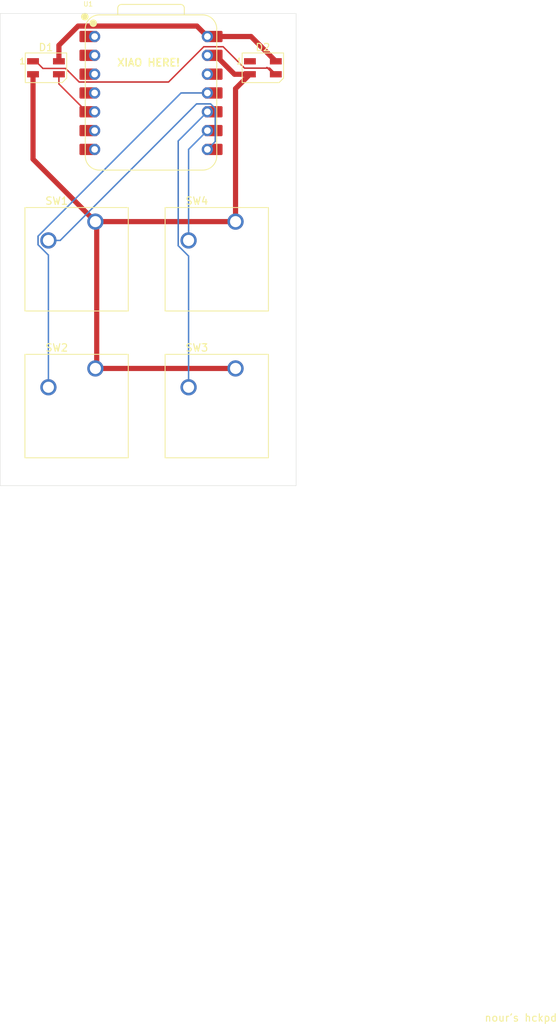
<source format=kicad_pcb>
(kicad_pcb (version 20241229) (generator "pcbnew") (generator_version "9.0")
  (layers (0 "F.Cu" signal) (2 "B.Cu" signal) (13 "F.Paste" user) (15 "B.Paste" user) (5 "F.SilkS" user "F.Silkscreen") (7 "B.SilkS" user "B.Silkscreen") (1 "F.Mask" user) (3 "B.Mask" user) (25 "Edge.Cuts" user))
  (net 0 "")
  (net 1 "Net-(D1-DIN)")
  (net 2 "Net-(D1-DOUT)")
  (net 3 "+5V")
  (net 4 "GND")
  (net 6 "Net-(U1-GPIO1{slash}RX)")
  (net 7 "Net-(U1-GPIO3{slash}MOSI)")
  (net 8 "Net-(U1-GPIO4{slash}MISO)")
  (net 9 "Net-(U1-GPIO2{slash}SCK)")
  (footprint "Button_Switch_Keyboard:SW_Cherry_MX_1.00u_PCB" (layer "F.Cu") (at 136.1 82.02)
    (property "Reference" "SW1" (at -5.235 -2.794 0) (layer "F.SilkS"))
    (property "Value" "SW_Push")
    (fp_line (start -9.525 -1.905) (end 4.445 -1.905) (stroke (width 0.12)) (layer "F.SilkS"))
    (fp_line (start -9.525 12.065) (end -9.525 -1.905) (stroke (width 0.12)) (layer "F.SilkS"))
    (fp_line (start 4.445 -1.905) (end 4.445 12.065) (stroke (width 0.12)) (layer "F.SilkS"))
    (fp_line (start 4.445 12.065) (end -9.525 12.065) (stroke (width 0.12)) (layer "F.SilkS"))
    (pad "" np_thru_hole circle (at -7.62 5.08) (size 1.7 1.7) (drill 1.7) (layers "*.Cu" "*.Mask"))
    (pad "" np_thru_hole circle (at -2.54 5.08) (size 4 4) (drill 4) (layers "*.Cu" "*.Mask"))
    (pad "" np_thru_hole circle (at 2.54 5.08) (size 1.7 1.7) (drill 1.7) (layers "*.Cu" "*.Mask"))
    (pad "1" thru_hole circle (at 0 0) (size 2.2 2.2) (drill 1.5) (layers "*.Cu" "*.Mask") (net 4 "GND"))
    (pad "2" thru_hole circle (at -6.35 2.54) (size 2.2 2.2) (drill 1.5) (layers "*.Cu" "*.Mask") (net 6 "Net-(U1-GPIO1{slash}RX)"))
  )
  (footprint "LED_SMD:LED_SK6812MINI_PLCC4_3.5x3.5mm_P1.75mm" (layer "F.Cu") (at 129.42 61.25)
    (property "Reference" "D1" (at 0 -2.75 0) (layer "F.SilkS"))
    (property "Value" "SK6812MINI")
    (fp_line (start -2.8 -2) (end -2.8 2) (stroke (width 0.12)) (layer "F.SilkS"))
    (fp_line (start -2.8 -2) (end 2.8 -2) (stroke (width 0.12)) (layer "F.SilkS"))
    (fp_line (start -2.8 2) (end 2.2 2) (stroke (width 0.12)) (layer "F.SilkS"))
    (fp_line (start 2.8 1.4) (end 2.2 2) (stroke (width 0.12)) (layer "F.SilkS"))
    (fp_line (start 2.8 1.4) (end 2.8 -2) (stroke (width 0.12)) (layer "F.SilkS"))
    (fp_text user "1" (at -3.2 -0.875 0) (layer "F.SilkS") (effects (font (size 0.8 0.8))))
    (pad "1" smd rect (at -1.75 -0.875) (size 1.6 0.85) (layers "F.Cu" "F.Mask" "F.Paste") (net 2 "Net-(D1-DOUT)"))
    (pad "2" smd rect (at -1.75 0.875) (size 1.6 0.85) (layers "F.Cu" "F.Mask" "F.Paste") (net 4 "GND"))
    (pad "3" smd rect (at 1.75 0.875) (size 1.6 0.85) (layers "F.Cu" "F.Mask" "F.Paste") (net 1 "Net-(D1-DIN)"))
    (pad "4" smd rect (at 1.75 -0.875) (size 1.6 0.85) (layers "F.Cu" "F.Mask" "F.Paste") (net 3 "+5V"))
  )
  (footprint "Button_Switch_Keyboard:SW_Cherry_MX_1.00u_PCB" (layer "F.Cu") (at 155.05 82.02)
    (property "Reference" "SW4" (at -5.235 -2.794 0) (layer "F.SilkS"))
    (property "Value" "SW_Push")
    (fp_line (start -9.525 -1.905) (end 4.445 -1.905) (stroke (width 0.12)) (layer "F.SilkS"))
    (fp_line (start -9.525 12.065) (end -9.525 -1.905) (stroke (width 0.12)) (layer "F.SilkS"))
    (fp_line (start 4.445 -1.905) (end 4.445 12.065) (stroke (width 0.12)) (layer "F.SilkS"))
    (fp_line (start 4.445 12.065) (end -9.525 12.065) (stroke (width 0.12)) (layer "F.SilkS"))
    (pad "" np_thru_hole circle (at -7.62 5.08) (size 1.7 1.7) (drill 1.7) (layers "*.Cu" "*.Mask"))
    (pad "" np_thru_hole circle (at -2.54 5.08) (size 4 4) (drill 4) (layers "*.Cu" "*.Mask"))
    (pad "" np_thru_hole circle (at 2.54 5.08) (size 1.7 1.7) (drill 1.7) (layers "*.Cu" "*.Mask"))
    (pad "1" thru_hole circle (at 0 0) (size 2.2 2.2) (drill 1.5) (layers "*.Cu" "*.Mask") (net 4 "GND"))
    (pad "2" thru_hole circle (at -6.35 2.54) (size 2.2 2.2) (drill 1.5) (layers "*.Cu" "*.Mask") (net 9 "Net-(U1-GPIO2{slash}SCK)"))
  )
  (footprint "Button_Switch_Keyboard:SW_Cherry_MX_1.00u_PCB" (layer "F.Cu") (at 136.1 101.84)
    (property "Reference" "SW2" (at -5.235 -2.794 0) (layer "F.SilkS"))
    (property "Value" "SW_Push")
    (fp_line (start -9.525 -1.905) (end 4.445 -1.905) (stroke (width 0.12)) (layer "F.SilkS"))
    (fp_line (start -9.525 12.065) (end -9.525 -1.905) (stroke (width 0.12)) (layer "F.SilkS"))
    (fp_line (start 4.445 -1.905) (end 4.445 12.065) (stroke (width 0.12)) (layer "F.SilkS"))
    (fp_line (start 4.445 12.065) (end -9.525 12.065) (stroke (width 0.12)) (layer "F.SilkS"))
    (pad "" np_thru_hole circle (at -7.62 5.08) (size 1.7 1.7) (drill 1.7) (layers "*.Cu" "*.Mask"))
    (pad "" np_thru_hole circle (at -2.54 5.08) (size 4 4) (drill 4) (layers "*.Cu" "*.Mask"))
    (pad "" np_thru_hole circle (at 2.54 5.08) (size 1.7 1.7) (drill 1.7) (layers "*.Cu" "*.Mask"))
    (pad "1" thru_hole circle (at 0 0) (size 2.2 2.2) (drill 1.5) (layers "*.Cu" "*.Mask") (net 4 "GND"))
    (pad "2" thru_hole circle (at -6.35 2.54) (size 2.2 2.2) (drill 1.5) (layers "*.Cu" "*.Mask") (net 7 "Net-(U1-GPIO3{slash}MOSI)"))
  )
  (footprint "Button_Switch_Keyboard:SW_Cherry_MX_1.00u_PCB" (layer "F.Cu") (at 155.05 101.84)
    (property "Reference" "SW3" (at -5.235 -2.794 0) (layer "F.SilkS"))
    (property "Value" "SW_Push")
    (fp_line (start -9.525 -1.905) (end 4.445 -1.905) (stroke (width 0.12)) (layer "F.SilkS"))
    (fp_line (start -9.525 12.065) (end -9.525 -1.905) (stroke (width 0.12)) (layer "F.SilkS"))
    (fp_line (start 4.445 -1.905) (end 4.445 12.065) (stroke (width 0.12)) (layer "F.SilkS"))
    (fp_line (start 4.445 12.065) (end -9.525 12.065) (stroke (width 0.12)) (layer "F.SilkS"))
    (pad "" np_thru_hole circle (at -7.62 5.08) (size 1.7 1.7) (drill 1.7) (layers "*.Cu" "*.Mask"))
    (pad "" np_thru_hole circle (at -2.54 5.08) (size 4 4) (drill 4) (layers "*.Cu" "*.Mask"))
    (pad "" np_thru_hole circle (at 2.54 5.08) (size 1.7 1.7) (drill 1.7) (layers "*.Cu" "*.Mask"))
    (pad "1" thru_hole circle (at 0 0) (size 2.2 2.2) (drill 1.5) (layers "*.Cu" "*.Mask") (net 4 "GND"))
    (pad "2" thru_hole circle (at -6.35 2.54) (size 2.2 2.2) (drill 1.5) (layers "*.Cu" "*.Mask") (net 8 "Net-(U1-GPIO4{slash}MISO)"))
  )
  (footprint "opl:XIAO-RP2040-DIP" (layer "F.Cu") (at 143.62 64.65)
    (property "Reference" "U1" (at -8.5 -12 0) (layer "F.SilkS") (effects (font (size 0.635 0.635) (thickness 0.1016))))
    (property "Value" "XIAO-RP2040-DIP")
    (fp_line (start -8.89 8.509) (end -8.89 -8.636) (stroke (width 0.127)) (layer "F.SilkS"))
    (fp_line (start -6.985 10.414) (end 6.985 10.414) (stroke (width 0.127)) (layer "F.SilkS"))
    (fp_line (start -4.495 -10.541) (end -4.491272 -11.451272) (stroke (width 0.127)) (layer "F.SilkS"))
    (fp_line (start -3.991272 -11.951) (end 4.004 -11.951) (stroke (width 0.127)) (layer "F.SilkS"))
    (fp_line (start 4.504 -11.451) (end 4.504 -10.541) (stroke (width 0.127)) (layer "F.SilkS"))
    (fp_line (start 6.985 -10.541) (end -6.985 -10.541) (stroke (width 0.1)) (layer "F.SilkS"))
    (fp_line (start 6.985 -10.541) (end -6.985 -10.541) (stroke (width 0.127)) (layer "F.SilkS"))
    (fp_line (start 8.89 8.509) (end 8.89 -8.636) (stroke (width 0.127)) (layer "F.SilkS"))
    (fp_arc (start -8.89 -8.636) (mid -8.332038 -9.983038) (end -6.985 -10.541) (stroke (width 0.127)) (layer "F.SilkS"))
    (fp_arc (start -6.985 10.414) (mid -8.332038 9.856038) (end -8.89 8.509) (stroke (width 0.127)) (layer "F.SilkS"))
    (fp_arc (start -4.491272 -11.451272) (mid -4.344728 -11.80464) (end -3.991272 -11.951) (stroke (width 0.127)) (layer "F.SilkS"))
    (fp_arc (start 4.004 -11.951) (mid 4.357553 -11.804553) (end 4.504 -11.451) (stroke (width 0.127)) (layer "F.SilkS"))
    (fp_arc (start 6.985 -10.541) (mid 8.332038 -9.983038) (end 8.89 -8.636) (stroke (width 0.127)) (layer "F.SilkS"))
    (fp_arc (start 8.89 8.509) (mid 8.332038 9.856038) (end 6.985 10.414) (stroke (width 0.127)) (layer "F.SilkS"))
    (fp_circle (center -8.95 -10.3) (end -8.95 -10.554) (stroke (width 0.5)) (fill yes) (layer "F.SilkS"))
    (fp_circle (center -7.807 -9.42) (end -7.807 -9.674) (stroke (width 0.5)) (fill yes) (layer "F.SilkS"))
    (pad "1" smd roundrect (at -8.455 -7.62 180) (size 2.432 1.524) (layers "F.Cu" "F.Mask") (roundrect_rratio 0.1))
    (pad "1" thru_hole circle (at -7.62 -7.62 180) (size 1.524 1.524) (drill 0.889) (layers "*.Cu" "*.Mask"))
    (pad "2" smd roundrect (at -8.455 -5.08 180) (size 2.432 1.524) (layers "F.Cu" "F.Mask") (roundrect_rratio 0.1))
    (pad "2" thru_hole circle (at -7.62 -5.08 180) (size 1.524 1.524) (drill 0.889) (layers "*.Cu" "*.Mask"))
    (pad "3" smd roundrect (at -8.455 -2.54 180) (size 2.432 1.524) (layers "F.Cu" "F.Mask") (roundrect_rratio 0.1))
    (pad "3" thru_hole circle (at -7.62 -2.54 180) (size 1.524 1.524) (drill 0.889) (layers "*.Cu" "*.Mask"))
    (pad "4" smd roundrect (at -8.455 0 180) (size 2.432 1.524) (layers "F.Cu" "F.Mask") (roundrect_rratio 0.1))
    (pad "4" thru_hole circle (at -7.62 0 180) (size 1.524 1.524) (drill 0.889) (layers "*.Cu" "*.Mask"))
    (pad "5" smd roundrect (at -8.455 2.54 180) (size 2.432 1.524) (layers "F.Cu" "F.Mask") (roundrect_rratio 0.1) (net 1 "Net-(D1-DIN)"))
    (pad "5" thru_hole circle (at -7.62 2.54 180) (size 1.524 1.524) (drill 0.889) (layers "*.Cu" "*.Mask") (net 1 "Net-(D1-DIN)"))
    (pad "6" smd roundrect (at -8.455 5.08 180) (size 2.432 1.524) (layers "F.Cu" "F.Mask") (roundrect_rratio 0.1))
    (pad "6" thru_hole circle (at -7.62 5.08 180) (size 1.524 1.524) (drill 0.889) (layers "*.Cu" "*.Mask"))
    (pad "7" smd roundrect (at -8.455 7.62 180) (size 2.432 1.524) (layers "F.Cu" "F.Mask") (roundrect_rratio 0.1))
    (pad "7" thru_hole circle (at -7.62 7.62 180) (size 1.524 1.524) (drill 0.889) (layers "*.Cu" "*.Mask"))
    (pad "8" thru_hole circle (at 7.62 7.62) (size 1.524 1.524) (drill 0.889) (layers "*.Cu" "*.Mask") (net 6 "Net-(U1-GPIO1{slash}RX)"))
    (pad "8" smd roundrect (at 8.455 7.62) (size 2.432 1.524) (layers "F.Cu" "F.Mask") (roundrect_rratio 0.1) (net 6 "Net-(U1-GPIO1{slash}RX)"))
    (pad "9" thru_hole circle (at 7.62 5.08) (size 1.524 1.524) (drill 0.889) (layers "*.Cu" "*.Mask") (net 9 "Net-(U1-GPIO2{slash}SCK)"))
    (pad "9" smd roundrect (at 8.455 5.08) (size 2.432 1.524) (layers "F.Cu" "F.Mask") (roundrect_rratio 0.1) (net 9 "Net-(U1-GPIO2{slash}SCK)"))
    (pad "10" thru_hole circle (at 7.62 2.54) (size 1.524 1.524) (drill 0.889) (layers "*.Cu" "*.Mask") (net 8 "Net-(U1-GPIO4{slash}MISO)"))
    (pad "10" smd roundrect (at 8.455 2.54) (size 2.432 1.524) (layers "F.Cu" "F.Mask") (roundrect_rratio 0.1) (net 8 "Net-(U1-GPIO4{slash}MISO)"))
    (pad "11" thru_hole circle (at 7.62 0) (size 1.524 1.524) (drill 0.889) (layers "*.Cu" "*.Mask") (net 7 "Net-(U1-GPIO3{slash}MOSI)"))
    (pad "11" smd roundrect (at 8.455 0) (size 2.432 1.524) (layers "F.Cu" "F.Mask") (roundrect_rratio 0.1) (net 7 "Net-(U1-GPIO3{slash}MOSI)"))
    (pad "12" thru_hole circle (at 7.62 -2.54) (size 1.524 1.524) (drill 0.889) (layers "*.Cu" "*.Mask"))
    (pad "12" smd roundrect (at 8.455 -2.54) (size 2.432 1.524) (layers "F.Cu" "F.Mask") (roundrect_rratio 0.1))
    (pad "13" thru_hole circle (at 7.62 -5.08) (size 1.524 1.524) (drill 0.889) (layers "*.Cu" "*.Mask") (net 4 "GND"))
    (pad "13" smd roundrect (at 8.455 -5.08) (size 2.432 1.524) (layers "F.Cu" "F.Mask") (roundrect_rratio 0.1) (net 4 "GND"))
    (pad "14" thru_hole circle (at 7.62 -7.62) (size 1.524 1.524) (drill 0.889) (layers "*.Cu" "*.Mask") (net 3 "+5V"))
    (pad "14" smd roundrect (at 8.455 -7.62) (size 2.432 1.524) (layers "F.Cu" "F.Mask") (roundrect_rratio 0.1) (net 3 "+5V"))
  )
  (footprint "LED_SMD:LED_SK6812MINI_PLCC4_3.5x3.5mm_P1.75mm" (layer "F.Cu") (at 158.74 61.25)
    (property "Reference" "D2" (at 0 -2.75 0) (layer "F.SilkS"))
    (property "Value" "SK6812MINI")
    (fp_line (start -2.8 -2) (end -2.8 2) (stroke (width 0.12)) (layer "F.SilkS"))
    (fp_line (start -2.8 -2) (end 2.8 -2) (stroke (width 0.12)) (layer "F.SilkS"))
    (fp_line (start -2.8 2) (end 2.2 2) (stroke (width 0.12)) (layer "F.SilkS"))
    (fp_line (start 2.8 1.4) (end 2.2 2) (stroke (width 0.12)) (layer "F.SilkS"))
    (fp_line (start 2.8 1.4) (end 2.8 -2) (stroke (width 0.12)) (layer "F.SilkS"))
    (fp_text user "1" (at -3.2 -0.875 0) (layer "F.SilkS") (effects (font (size 0.8 0.8))))
    (pad "1" smd rect (at -1.75 -0.875) (size 1.6 0.85) (layers "F.Cu" "F.Mask" "F.Paste"))
    (pad "2" smd rect (at -1.75 0.875) (size 1.6 0.85) (layers "F.Cu" "F.Mask" "F.Paste") (net 4 "GND"))
    (pad "3" smd rect (at 1.75 0.875) (size 1.6 0.85) (layers "F.Cu" "F.Mask" "F.Paste") (net 2 "Net-(D1-DOUT)"))
    (pad "4" smd rect (at 1.75 -0.875) (size 1.6 0.85) (layers "F.Cu" "F.Mask" "F.Paste") (net 3 "+5V"))
  )
  (gr_rect (start 123.23 53.92) (end 163.24 117.67) (stroke (width 0.05)) (fill no) (layer "Edge.Cuts"))
  (gr_text "nour's hckpd" (at 188.64 190.09 0) (layer "F.SilkS") (effects (font (size 1 1)) (justify left bottom)))
  (gr_text "XIAO HERE!" (at 143.29 60.55 0) (layer "F.SilkS") (effects (font (size 1 1) (thickness 0.2) (bold yes))))
  (segment (start 136 67.19) (end 134.92237 67.19) (width 0.2) (layer "F.Cu") (net 1))
  (segment (start 131.17 63.43763) (end 131.17 62.125) (width 0.2) (layer "F.Cu") (net 1))
  (segment (start 134.92237 67.19) (end 131.17 63.43763) (width 0.2) (layer "F.Cu") (net 1))
  (segment (start 159.664 61.299) (end 160.49 62.125) (width 0.2) (layer "F.Cu") (net 2))
  (segment (start 145.992269 63.173) (end 150.758269 58.407) (width 0.2) (layer "F.Cu") (net 2))
  (segment (start 133.909374 63.173) (end 145.992269 63.173) (width 0.2) (layer "F.Cu") (net 2))
  (segment (start 153.372048 58.407) (end 156.264048 61.299) (width 0.2) (layer "F.Cu") (net 2))
  (segment (start 160.213 62.125) (end 159.289 61.201) (width 0.2) (layer "F.Cu") (net 2))
  (segment (start 127.67 60.375) (end 128.045 60.375) (width 0.2) (layer "F.Cu") (net 2))
  (segment (start 160.49 62.125) (end 160.213 62.125) (width 0.2) (layer "F.Cu") (net 2))
  (segment (start 129.01 61.34) (end 132.076374 61.34) (width 0.2) (layer "F.Cu") (net 2))
  (segment (start 156.264048 61.299) (end 159.664 61.299) (width 0.2) (layer "F.Cu") (net 2))
  (segment (start 150.758269 58.407) (end 153.372048 58.407) (width 0.2) (layer "F.Cu") (net 2))
  (segment (start 132.076374 61.34) (end 133.909374 63.173) (width 0.2) (layer "F.Cu") (net 2))
  (segment (start 128.045 60.375) (end 129.01 61.34) (width 0.2) (layer "F.Cu") (net 2))
  (segment (start 149.827 55.617) (end 151.24 57.03) (width 0.7) (layer "F.Cu") (net 3))
  (segment (start 131.17 58.211398) (end 133.764398 55.617) (width 0.7) (layer "F.Cu") (net 3))
  (segment (start 151.24 57.03) (end 157.145 57.03) (width 0.7) (layer "F.Cu") (net 3))
  (segment (start 157.145 57.03) (end 160.49 60.375) (width 0.7) (layer "F.Cu") (net 3))
  (segment (start 133.764398 55.617) (end 149.827 55.617) (width 0.7) (layer "F.Cu") (net 3))
  (segment (start 131.17 60.375) (end 131.17 58.211398) (width 0.7) (layer "F.Cu") (net 3))
  (segment (start 156.99 62.125) (end 154.903602 62.125) (width 0.7) (layer "F.Cu") (net 4))
  (segment (start 136.1 82.02) (end 155.05 82.02) (width 0.7) (layer "F.Cu") (net 4))
  (segment (start 155.46 101.43) (end 155.05 101.84) (width 0.7) (layer "F.Cu") (net 4))
  (segment (start 155.05 82.02) (end 155.46 82.43) (width 0.7) (layer "F.Cu") (net 4))
  (segment (start 155.05 64.065) (end 156.99 62.125) (width 0.7) (layer "F.Cu") (net 4))
  (segment (start 154.903602 62.125) (end 152.348602 59.57) (width 0.7) (layer "F.Cu") (net 4))
  (segment (start 136.28 82.2) (end 136.28 101.66) (width 0.7) (layer "F.Cu") (net 4))
  (segment (start 136.28 101.66) (end 136.1 101.84) (width 0.7) (layer "F.Cu") (net 4))
  (segment (start 127.67 62.125) (end 127.67 73.59) (width 0.7) (layer "F.Cu") (net 4))
  (segment (start 155.05 82.02) (end 155.05 64.065) (width 0.7) (layer "F.Cu") (net 4))
  (segment (start 136.1 101.84) (end 155.05 101.84) (width 0.7) (layer "F.Cu") (net 4))
  (segment (start 152.348602 59.57) (end 152.075 59.57) (width 0.7) (layer "F.Cu") (net 4))
  (segment (start 127.67 73.59) (end 136.1 82.02) (width 0.7) (layer "F.Cu") (net 4))
  (segment (start 136.1 82.02) (end 136.28 82.2) (width 0.7) (layer "F.Cu") (net 4))
  (segment (start 151.68031 66.127) (end 152.303 66.74969) (width 0.2) (layer "B.Cu") (net 6))
  (segment (start 131.34 84.56) (end 149.773 66.127) (width 0.2) (layer "B.Cu") (net 6))
  (segment (start 152.303 71.207) (end 151.24 72.27) (width 0.2) (layer "B.Cu") (net 6))
  (segment (start 129.75 84.56) (end 131.34 84.56) (width 0.2) (layer "B.Cu") (net 6))
  (segment (start 152.303 66.74969) (end 152.303 71.207) (width 0.2) (layer "B.Cu") (net 6))
  (segment (start 149.773 66.127) (end 151.68031 66.127) (width 0.2) (layer "B.Cu") (net 6))
  (segment (start 128.349 83.979686) (end 147.678686 64.65) (width 0.2) (layer "B.Cu") (net 7))
  (segment (start 128.349 85.140314) (end 128.349 83.979686) (width 0.2) (layer "B.Cu") (net 7))
  (segment (start 147.678686 64.65) (end 151.24 64.65) (width 0.2) (layer "B.Cu") (net 7))
  (segment (start 129.75 104.38) (end 129.75 86.541314) (width 0.2) (layer "B.Cu") (net 7))
  (segment (start 129.75 86.541314) (end 128.349 85.140314) (width 0.2) (layer "B.Cu") (net 7))
  (segment (start 147.299 71.131) (end 151.24 67.19) (width 0.2) (layer "B.Cu") (net 8))
  (segment (start 147.299 85.27053) (end 147.299 71.131) (width 0.2) (layer "B.Cu") (net 8))
  (segment (start 148.7 104.38) (end 148.7 86.67153) (width 0.2) (layer "B.Cu") (net 8))
  (segment (start 148.7 86.67153) (end 147.299 85.27053) (width 0.2) (layer "B.Cu") (net 8))
  (segment (start 148.7 84.56) (end 148.7 72.27) (width 0.2) (layer "B.Cu") (net 9))
  (segment (start 148.7 72.27) (end 151.24 69.73) (width 0.2) (layer "B.Cu") (net 9))
)
</source>
